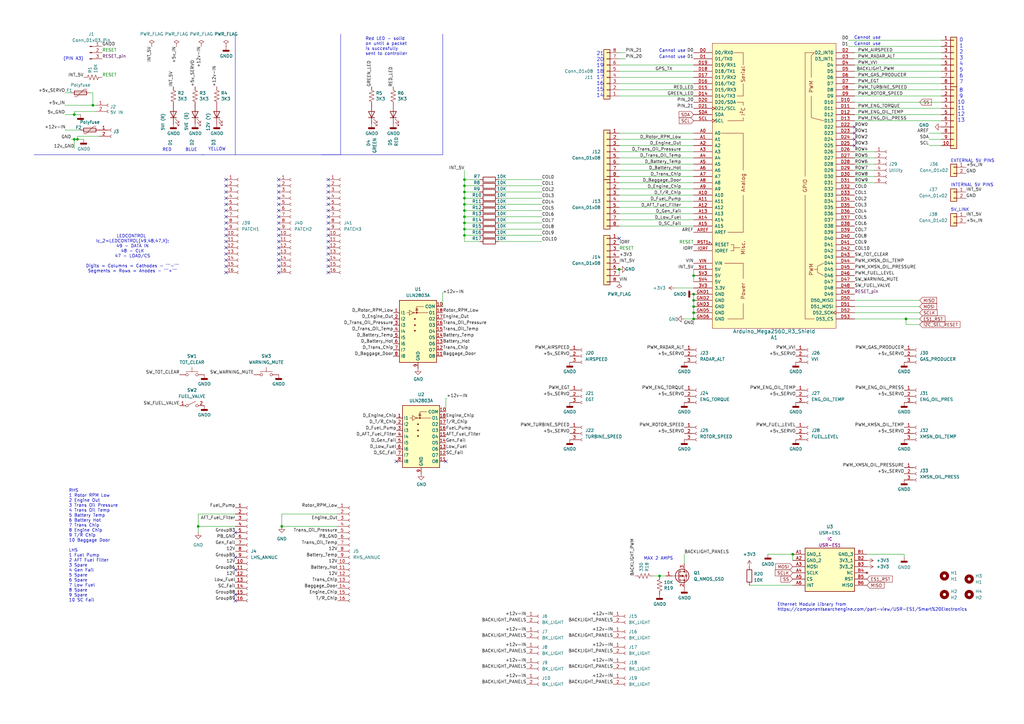
<source format=kicad_sch>
(kicad_sch (version 20250114) (generator "eeschema") (generator_version "9.0")
  (paper "A3")
  (title_block (date "2025-11-06"))
  (text "YELLOW" (at 85.344 61.976 0) (effects (font (size 1.27 1.27)) (justify left bottom)))
  (text "MAX 2 AMPS" (at 276.098 229.87 0) (effects (font (size 1.27 1.27)) (justify right bottom)))
  (text "BLUE" (at 75.946 62.23 0) (effects (font (size 1.27 1.27)) (justify left bottom)))
  (text "INTERNAL 5V PINS" (at 389.89 76.708 0) (effects (font (size 1.27 1.27)) (justify left bottom)))
  (text "Ethernet Module Library from \nhttps://componentsearchengine.com/part-view/USR-ES1/Smart%20Electronics" (at 318.77 250.825 0) (effects (font (size 1.27 1.27)) (justify left bottom)))
  (text "Cannot use" (at 270.256 21.59 0) (effects (font (size 1.27 1.27)) (justify left bottom)))
  (text "RED" (at 66.548 62.23 0) (effects (font (size 1.27 1.27)) (justify left bottom)))
  (text "(PIN A3)" (at 25.908 24.892 0) (effects (font (size 1.27 1.27)) (justify left bottom)))
  (text "Cannot use" (at 350.266 16.256 0) (effects (font (size 1.27 1.27)) (justify left bottom)))
  (text "0\n1\n2\n3\n4\n5\n6\n7" (at 393.446 34.544 0) (effects (font (size 1.524 1.524)) (justify left bottom)))
  (text "LEDCONTROL \nIc_2=LEDCONTROL(49,48,47,X);\n49 - DATA IN\n48 - CLK\n47 - LOAD/CS\n\nDigits = Columns = Cathodes - \"\"-\"\"\nSegments = Rows = Anodes - \"\"+\"\"" (at 54.356 112.014 0) (effects (font (size 1.27 1.27)) (justify bottom)))
  (text "Red LED - solid\non until a packet\nis succesfully \nsent to controller" (at 149.86 22.86 0) (effects (font (size 1.27 1.27)) (justify left bottom)))
  (text "RHS\n1 Rotor RPM Low\n2 Engine Out\n3 Trans Oil Pressure\n4 Trans Oil Temp\n5 Battery Temp\n6 Battery Hot\n7 Trans Chip\n8 Engine Chip\n9 T/R Chip\n10 Baggage Door\n\nLHS\n1 Fuel Pump\n2 AFT Fuel Filter\n3 Spare\n4 Gen Fail\n5 Spare\n6 Spare\n7 Low Fuel\n8 Spare\n9 Spare\n10 SC Fail" (at 28.194 223.774 0) (effects (font (size 1.27 1.27)) (justify left)))
  (text "5V_LINK" (at 389.89 86.868 0) (effects (font (size 1.27 1.27)) (justify left bottom)))
  (text "Cannot use" (at 350.266 18.796 0) (effects (font (size 1.27 1.27)) (justify left bottom)))
  (text "Cannot use" (at 270.256 24.13 0) (effects (font (size 1.27 1.27)) (justify left bottom)))
  (text "21\n20\n19\n18\n17\n16\n15\n14" (at 244.602 40.132 0) (effects (font (size 1.524 1.524)) (justify left bottom)))
  (text "EXTERNAL 5V PINS" (at 389.89 66.802 0) (effects (font (size 1.27 1.27)) (justify left bottom)))
  (text "8\n9\n10\n11\n12\n13\n" (at 394.208 50.292 0) (effects (font (size 1.524 1.524)) (justify bottom)))
  (junction (at 190.5 88.9))
  (junction (at 284.48 120.65))
  (junction (at 284.48 125.73))
  (junction (at 270.51 236.22))
  (junction (at 190.5 86.36))
  (junction (at 190.5 91.44))
  (junction (at 31.75 57.15))
  (junction (at 284.48 130.81))
  (junction (at 30.48 57.15))
  (junction (at 190.5 96.52))
  (junction (at 115.57 215.9))
  (junction (at 30.48 46.99))
  (junction (at 284.48 128.27))
  (junction (at 190.5 83.82))
  (junction (at 190.5 73.66))
  (junction (at 81.28 215.9))
  (junction (at 325.12 227.33))
  (junction (at 190.5 78.74))
  (junction (at 254 110.49))
  (junction (at 284.48 123.19))
  (junction (at 38.1 43.18))
  (junction (at 190.5 93.98))
  (junction (at 371.602 130.81))
  (junction (at 284.48 113.03))
  (junction (at 190.5 81.28))
  (junction (at 190.5 76.2))
  (no_connect (at 96.52 218.44))
  (no_connect (at 96.52 243.84))
  (no_connect (at 134.62 91.44))
  (no_connect (at 350.52 59.69))
  (no_connect (at 114.3 96.52))
  (no_connect (at 114.3 73.66))
  (no_connect (at 92.71 91.44))
  (no_connect (at 134.62 83.82))
  (no_connect (at 134.62 86.36))
  (no_connect (at 114.3 99.06))
  (no_connect (at 114.3 88.9))
  (no_connect (at 182.88 189.23))
  (no_connect (at 92.71 83.82))
  (no_connect (at 114.3 91.44))
  (no_connect (at 92.71 101.6))
  (no_connect (at 162.56 189.23))
  (no_connect (at 92.71 86.36))
  (no_connect (at 134.62 78.74))
  (no_connect (at 114.3 109.22))
  (no_connect (at 134.62 111.76))
  (no_connect (at 254 97.79))
  (no_connect (at 114.3 81.28))
  (no_connect (at 114.3 93.98))
  (no_connect (at 92.71 111.76))
  (no_connect (at 96.52 246.38))
  (no_connect (at 134.62 88.9))
  (no_connect (at 114.3 104.14))
  (no_connect (at 92.71 93.98))
  (no_connect (at 92.71 73.66))
  (no_connect (at 350.52 54.61))
  (no_connect (at 134.62 93.98))
  (no_connect (at 92.71 109.22))
  (no_connect (at 92.71 88.9))
  (no_connect (at 350.52 52.07))
  (no_connect (at 92.71 76.2))
  (no_connect (at 114.3 78.74))
  (no_connect (at 92.71 106.68))
  (no_connect (at 134.62 101.6))
  (no_connect (at 114.3 76.2))
  (no_connect (at 96.52 233.68))
  (no_connect (at 92.71 96.52))
  (no_connect (at 92.71 104.14))
  (no_connect (at 92.71 78.74))
  (no_connect (at 134.62 81.28))
  (no_connect (at 114.3 101.6))
  (no_connect (at 134.62 109.22))
  (no_connect (at 92.71 99.06))
  (no_connect (at 134.62 73.66))
  (no_connect (at 92.71 81.28))
  (no_connect (at 350.52 57.15))
  (no_connect (at 134.62 96.52))
  (no_connect (at 134.62 76.2))
  (no_connect (at 134.62 106.68))
  (no_connect (at 114.3 83.82))
  (no_connect (at 114.3 86.36))
  (no_connect (at 134.62 99.06))
  (no_connect (at 134.62 104.14))
  (no_connect (at 96.52 228.6))
  (no_connect (at 114.3 106.68))
  (no_connect (at 114.3 111.76))
  (wire (pts (xy 350.52 39.37) (xy 386.08 39.37)))
  (polyline (pts (xy 139.7 63.5) (xy 139.7 13.97)))
  (wire (pts (xy 81.28 215.9) (xy 96.52 215.9)))
  (wire (pts (xy 284.48 123.19) (xy 284.48 125.73)))
  (wire (pts (xy 371.602 130.81) (xy 371.602 133.096)))
  (wire (pts (xy 190.5 99.06) (xy 196.85 99.06)))
  (wire (pts (xy 350.52 34.29) (xy 386.08 34.29)))
  (wire (pts (xy 254 31.75) (xy 284.48 31.75)))
  (wire (pts (xy 254 87.63) (xy 284.48 87.63)))
  (wire (pts (xy 190.5 91.44) (xy 190.5 93.98)))
  (wire (pts (xy 196.85 78.74) (xy 190.5 78.74)))
  (wire (pts (xy 182.88 163.322) (xy 182.88 168.91)))
  (polyline (pts (xy 82.55 63.5) (xy 139.7 63.5)))
  (wire (pts (xy 350.52 49.53) (xy 386.08 49.53)))
  (wire (pts (xy 196.85 81.28) (xy 190.5 81.28)))
  (wire (pts (xy 350.52 41.91) (xy 386.08 41.91)))
  (wire (pts (xy 254 62.23) (xy 284.48 62.23)))
  (wire (pts (xy 26.924 53.086) (xy 26.924 53.34)))
  (wire (pts (xy 196.85 93.98) (xy 190.5 93.98)))
  (wire (pts (xy 254 34.29) (xy 284.48 34.29)))
  (wire (pts (xy 196.85 73.66) (xy 190.5 73.66)))
  (wire (pts (xy 284.48 110.49) (xy 284.48 113.03)))
  (wire (pts (xy 280.67 130.81) (xy 284.48 130.81)))
  (wire (pts (xy 222.25 76.2) (xy 204.47 76.2)))
  (wire (pts (xy 190.5 73.66) (xy 190.5 76.2)))
  (wire (pts (xy 30.48 45.72) (xy 30.48 46.99)))
  (wire (pts (xy 39.37 45.72) (xy 30.48 45.72)))
  (wire (pts (xy 381 57.15) (xy 386.08 57.15)))
  (wire (pts (xy 254 57.15) (xy 284.48 57.15)))
  (polyline (pts (xy 131.826 63.5) (xy 181.61 63.5)))
  (wire (pts (xy 254 77.47) (xy 284.48 77.47)))
  (wire (pts (xy 222.25 93.98) (xy 204.47 93.98)))
  (wire (pts (xy 350.52 29.21) (xy 386.08 29.21)))
  (wire (pts (xy 377.19 123.19) (xy 350.52 123.19)))
  (wire (pts (xy 190.5 96.52) (xy 190.5 99.06)))
  (wire (pts (xy 31.75 57.15) (xy 34.29 57.15)))
  (wire (pts (xy 254 59.69) (xy 284.48 59.69)))
  (wire (pts (xy 222.25 91.44) (xy 204.47 91.44)))
  (wire (pts (xy 38.1 43.18) (xy 39.37 43.18)))
  (wire (pts (xy 256.54 21.59) (xy 254 21.59)))
  (wire (pts (xy 284.48 133.35) (xy 284.48 130.81)))
  (wire (pts (xy 381 54.61) (xy 386.08 54.61)))
  (wire (pts (xy 254 39.37) (xy 284.48 39.37)))
  (wire (pts (xy 190.5 76.2) (xy 190.5 78.74)))
  (wire (pts (xy 254 110.49) (xy 254 113.03)))
  (wire (pts (xy 254 67.31) (xy 284.48 67.31)))
  (wire (pts (xy 181.864 120.142) (xy 181.61 120.142)))
  (wire (pts (xy 222.25 88.9) (xy 204.47 88.9)))
  (wire (pts (xy 284.48 125.73) (xy 284.48 128.27)))
  (wire (pts (xy 347.98 19.05) (xy 386.08 19.05)))
  (wire (pts (xy 270.51 236.22) (xy 273.05 236.22)))
  (wire (pts (xy 350.52 21.59) (xy 386.08 21.59)))
  (wire (pts (xy 371.602 133.096) (xy 377.19 133.096)))
  (wire (pts (xy 284.48 128.27) (xy 284.48 130.81)))
  (wire (pts (xy 254 72.39) (xy 284.48 72.39)))
  (wire (pts (xy 254 24.13) (xy 256.54 24.13)))
  (wire (pts (xy 377.19 125.73) (xy 350.52 125.73)))
  (wire (pts (xy 196.85 91.44) (xy 190.5 91.44)))
  (wire (pts (xy 350.52 31.75) (xy 386.08 31.75)))
  (wire (pts (xy 254 64.77) (xy 284.48 64.77)))
  (wire (pts (xy 284.48 120.65) (xy 284.48 123.19)))
  (wire (pts (xy 196.85 83.82) (xy 190.5 83.82)))
  (wire (pts (xy 254 69.85) (xy 284.48 69.85)))
  (wire (pts (xy 36.83 38.1) (xy 38.1 38.1)))
  (wire (pts (xy 254 85.09) (xy 284.48 85.09)))
  (wire (pts (xy 81.28 210.82) (xy 96.52 210.82)))
  (wire (pts (xy 370.84 227.33) (xy 370.84 228.6)))
  (wire (pts (xy 30.48 46.99) (xy 33.02 46.99)))
  (wire (pts (xy 284.48 113.03) (xy 284.48 115.57)))
  (polyline (pts (xy 139.7 63.5) (xy 131.826 63.5)))
  (wire (pts (xy 183.134 163.322) (xy 182.88 163.322)))
  (wire (pts (xy 222.25 96.52) (xy 204.47 96.52)))
  (wire (pts (xy 190.5 93.98) (xy 190.5 96.52)))
  (wire (pts (xy 81.28 210.82) (xy 81.28 215.9)))
  (wire (pts (xy 347.98 16.51) (xy 386.08 16.51)))
  (wire (pts (xy 350.52 46.99) (xy 386.08 46.99)))
  (wire (pts (xy 307.34 240.03) (xy 325.12 240.03)))
  (wire (pts (xy 371.602 130.81) (xy 350.52 130.81)))
  (wire (pts (xy 350.52 36.83) (xy 386.08 36.83)))
  (wire (pts (xy 350.52 62.23) (xy 358.648 62.23)))
  (wire (pts (xy 222.25 73.66) (xy 204.47 73.66)))
  (wire (pts (xy 222.25 78.74) (xy 204.47 78.74)))
  (wire (pts (xy 222.25 86.36) (xy 204.47 86.36)))
  (wire (pts (xy 314.96 227.33) (xy 325.12 227.33)))
  (wire (pts (xy 190.5 83.82) (xy 190.5 86.36)))
  (wire (pts (xy 196.85 96.52) (xy 190.5 96.52)))
  (wire (pts (xy 222.25 83.82) (xy 204.47 83.82)))
  (wire (pts (xy 280.67 227.33) (xy 280.67 231.14)))
  (wire (pts (xy 181.61 120.142) (xy 181.61 125.73)))
  (wire (pts (xy 254 54.61) (xy 284.48 54.61)))
  (wire (pts (xy 196.85 86.36) (xy 190.5 86.36)))
  (polyline (pts (xy 13.97 63.5) (xy 83.82 63.5)))
  (wire (pts (xy 377.19 130.81) (xy 371.602 130.81)))
  (wire (pts (xy 254 26.67) (xy 284.48 26.67)))
  (wire (pts (xy 254 74.93) (xy 284.48 74.93)))
  (wire (pts (xy 254 92.71) (xy 284.48 92.71)))
  (wire (pts (xy 276.86 118.11) (xy 284.48 118.11)))
  (wire (pts (xy 350.52 74.93) (xy 358.648 74.93)))
  (polyline (pts (xy 181.61 63.5) (xy 181.61 13.97)))
  (wire (pts (xy 115.57 215.9) (xy 138.43 215.9)))
  (wire (pts (xy 190.5 86.36) (xy 190.5 88.9)))
  (wire (pts (xy 26.924 53.34) (xy 33.02 53.34)))
  (wire (pts (xy 254 90.17) (xy 284.48 90.17)))
  (wire (pts (xy 254 29.21) (xy 284.48 29.21)))
  (wire (pts (xy 26.67 38.1) (xy 29.21 38.1)))
  (wire (pts (xy 30.48 57.15) (xy 30.48 60.96)))
  (wire (pts (xy 190.5 88.9) (xy 190.5 91.44)))
  (wire (pts (xy 115.57 210.82) (xy 115.57 215.9)))
  (wire (pts (xy 222.25 99.06) (xy 204.47 99.06)))
  (wire (pts (xy 254 80.01) (xy 284.48 80.01)))
  (wire (pts (xy 190.5 78.74) (xy 190.5 81.28)))
  (wire (pts (xy 350.52 24.13) (xy 386.08 24.13)))
  (wire (pts (xy 254 36.83) (xy 284.48 36.83)))
  (wire (pts (xy 254 82.55) (xy 284.48 82.55)))
  (wire (pts (xy 38.1 43.18) (xy 38.1 38.1)))
  (wire (pts (xy 190.5 69.85) (xy 190.5 73.66)))
  (wire (pts (xy 350.52 69.85) (xy 358.648 69.85)))
  (wire (pts (xy 350.52 44.45) (xy 386.08 44.45)))
  (wire (pts (xy 196.85 76.2) (xy 190.5 76.2)))
  (wire (pts (xy 350.52 67.31) (xy 358.648 67.31)))
  (wire (pts (xy 196.85 88.9) (xy 190.5 88.9)))
  (wire (pts (xy 355.6 227.33) (xy 370.84 227.33)))
  (wire (pts (xy 325.12 227.33) (xy 325.12 229.87)))
  (wire (pts (xy 26.67 43.18) (xy 38.1 43.18)))
  (wire (pts (xy 115.57 210.82) (xy 138.43 210.82)))
  (wire (pts (xy 81.28 215.9) (xy 81.28 218.44)))
  (wire (pts (xy 30.48 57.15) (xy 31.75 57.15)))
  (wire (pts (xy 267.97 236.22) (xy 270.51 236.22)))
  (polyline (pts (xy 96.52 63.5) (xy 96.52 13.97)))
  (wire (pts (xy 190.5 81.28) (xy 190.5 83.82)))
  (wire (pts (xy 222.25 81.28) (xy 204.47 81.28)))
  (wire (pts (xy 26.67 46.99) (xy 30.48 46.99)))
  (wire (pts (xy 31.75 55.88) (xy 31.75 57.15)))
  (wire (pts (xy 350.52 64.77) (xy 358.648 64.77)))
  (wire (pts (xy 29.21 57.15) (xy 30.48 57.15)))
  (wire (pts (xy 377.19 128.27) (xy 350.52 128.27)))
  (wire (pts (xy 381 59.69) (xy 386.08 59.69)))
  (wire (pts (xy 350.52 72.39) (xy 358.648 72.39)))
  (wire (pts (xy 350.52 26.67) (xy 386.08 26.67)))
  (wire (pts (xy 40.64 55.88) (xy 31.75 55.88)))
  (label "BACKLIGHT_PANELS" (at 215.9 255.27 180))
  (label "IORF" (at 254 100.33 0))
  (label "D_AFT_Fuel_Filter" (at 279.4 85.09 180))
  (label "VIN" (at 284.48 107.95 180))
  (label "PWM_ENG_TORQUE" (at 351.79 44.45 0))
  (label "+12v-IN" (at 251.46 252.73 180))
  (label "D_Rotor_RPM_Low" (at 279.4 57.15 180))
  (label "+5v_SERVO" (at 370.84 194.31 180))
  (label "COL9" (at 222.25 96.52 0))
  (label "T{slash}R_Chip" (at 182.88 173.99 0))
  (label "+12v-IN" (at 215.9 271.78 180))
  (label "D_Trans_Oil_Temp" (at 279.4 64.77 180))
  (label "12V" (at 138.43 231.14 180))
  (label "+5v_SERVO" (at 370.84 162.56 180))
  (label "Baggage_Door" (at 138.43 241.3 180))
  (label "D_Baggage_Door" (at 279.4 74.93 180))
  (label "12V" (at 138.43 236.22 180))
  (label "PIN_20" (at 256.54 24.13 0))
  (label "D_Gen_Fail" (at 279.4 87.63 180))
  (label "RED_LED" (at 284.48 36.83 180))
  (label "Gen_Fail" (at 96.52 223.52 180))
  (label "Low_Fuel" (at 182.88 184.15 0))
  (label "GND" (at 29.21 57.15 180))
  (label "ROW3" (at 350.52 59.69 0))
  (label "PIN_21" (at 284.48 44.45 180))
  (label "+12v-IN" (at 251.46 265.43 180))
  (label "INT_5V" (at 254 107.95 0))
  (label "BACKLIGHT_PANELS" (at 251.46 280.67 180))
  (label "GroupB5" (at 96.52 228.6 180))
  (label "GroupB8" (at 96.52 243.84 180))
  (label "Trans_Chip" (at 181.61 143.51 0))
  (label "BACKLIGHT_PANELS" (at 251.46 274.32 180))
  (label "INT_5V" (at 71.12 35.56 90))
  (label "INT_5V" (at 190.5 69.85 180))
  (label "D0" (at 284.48 21.59 180))
  (label "COL3" (at 350.52 85.09 0))
  (label "Low_Fuel" (at 96.52 238.76 180))
  (label "ROW6" (at 350.52 67.31 0))
  (label "D_Engine_Chip" (at 162.56 171.45 180))
  (label "SW_FUEL_VALVE" (at 73.66 166.37 180))
  (label "+12v-IN" (at 251.46 278.13 180))
  (label "INT_5V" (at 34.29 31.75 180))
  (label "PWM_VVI" (at 351.79 26.67 0))
  (label "BACKLIGHT_PANELS" (at 215.9 261.62 180))
  (label "D_Battery_Temp" (at 279.4 67.31 180))
  (label "+5v_IN" (at 396.24 68.58 0))
  (label "D_Baggage_Door" (at 161.29 146.05 180))
  (label "+5v_SERVO" (at 280.67 146.05 180))
  (label "Engine_Out" (at 138.43 213.36 180))
  (label "VIN" (at 254 115.57 0))
  (label "COL10" (at 350.52 102.87 0))
  (label "PWM_ENG_OIL_PRESS" (at 351.79 49.53 0))
  (label "+5v_SERVO" (at 280.67 162.56 180))
  (label "PIN_21" (at 256.54 21.59 0))
  (label "Engine_Chip" (at 138.43 243.84 180))
  (label "GroupB9" (at 96.52 246.38 180))
  (label "Rotor_RPM_Low" (at 138.43 208.28 180))
  (label "PWM_GAS_PRODUCER" (at 370.84 143.51 180))
  (label "D_T{slash}R_Chip" (at 279.4 80.01 180))
  (label "+5v_IN" (at 26.67 43.18 180))
  (label "D_Trans_Chip" (at 279.4 72.39 180))
  (label "SW_WARNING_MUTE" (at 104.14 153.67 180))
  (label "+5v_SERVO" (at 280.67 177.8 180))
  (label "COL10" (at 222.25 99.06 0))
  (label "PWM_EGT" (at 233.68 160.02 180))
  (label "+5v_SERVO" (at 233.68 177.8 180))
  (label "PWM_FUEL_LEVEL" (at 326.39 175.26 180))
  (label "D_Battery_Hot" (at 161.29 140.97 180))
  (label "D_Trans_Chip" (at 161.29 143.51 180))
  (label "Rotor_RPM_Low" (at 181.61 128.27 0))
  (label "+3V3" (at 254 105.41 0))
  (label "COL7" (at 222.25 91.44 0))
  (label "PWM_RADAR_ALT" (at 351.79 24.13 0))
  (label "D_Engine_Chip" (at 279.4 77.47 180))
  (label "SCL" (at 381 59.69 180))
  (label "AREF" (at 284.48 95.25 180))
  (label "D_Fuel_Pump" (at 162.56 176.53 180))
  (label "ROW0" (at 350.52 52.07 0))
  (label "PIN_20" (at 284.48 41.91 180))
  (label "+12v-IN" (at 215.9 278.13 180))
  (label "PWM_RADAR_ALT" (at 280.67 143.51 180))
  (label "+5v_SERVO" (at 233.68 162.56 180))
  (label "D_Battery_Temp" (at 161.29 138.43 180))
  (label "12v_GND" (at 30.48 60.96 180))
  (label "SW_WARNING_MUTE" (at 350.52 115.57 0))
  (label "BACKLIGHT_PANELS" (at 251.46 267.97 180))
  (label "D_Trans_Oil_Temp" (at 161.29 135.89 180))
  (label "IORF" (at 284.48 102.87 180))
  (label "RESET_pin" (at 41.91 24.13 0))
  (label "+5v_IN" (at 72.39 19.05 270))
  (label "+12v-IN" (at 26.924 53.086 180))
  (label "PWM_VVI" (at 326.39 143.51 180))
  (label "D_Rotor_RPM_Low" (at 161.29 128.27 180))
  (label "INT_5V" (at 62.23 19.05 270))
  (label "SC_Fail" (at 182.88 186.69 0))
  (label "GND" (at 284.48 133.35 180))
  (label "SC_Fail" (at 96.52 241.3 180))
  (label "D_SC_Fail" (at 162.56 186.69 180))
  (label "+12v-IN" (at 215.9 259.08 180))
  (label "COL1" (at 222.25 76.2 0))
  (label "GREEN_LED" (at 284.48 39.37 180))
  (label "+12v-IN" (at 251.46 259.08 180))
  (label "+12v-IN" (at 215.9 252.73 180))
  (label "PWM_ENG_OIL_TEMP" (at 326.39 160.02 180))
  (label "Battery_Temp" (at 138.43 228.6 180))
  (label "D_Trans_Oil_Pressure" (at 161.29 133.35 180))
  (label "INT_5V" (at 396.24 88.9 0))
  (label "BACKLIGHT_PANELS" (at 251.46 261.62 180))
  (label "AREF" (at 381 54.61 180))
  (label "ROW9" (at 350.52 74.93 0))
  (label "COL0" (at 222.25 73.66 0))
  (label "D_Battery_Hot" (at 279.4 69.85 180))
  (label "+5v_SERVO" (at 326.39 162.56 180))
  (label "GPS_TX" (at 275.844 29.21 180))
  (label "PWM_GAS_PRODUCER" (at 351.79 31.75 0))
  (label "COL4" (at 222.25 83.82 0))
  (label "D1" (at 347.98 19.05 180))
  (label "D1" (at 284.48 24.13 180))
  (label "GNDD" (at 41.91 19.05 0))
  (label "PWM_EGT" (at 351.79 34.29 0))
  (label "12V" (at 96.52 226.06 180))
  (label "Battery_Hot" (at 181.61 140.97 0))
  (label "Engine_Chip" (at 182.88 171.45 0))
  (label "D_T{slash}R_Chip" (at 162.56 173.99 180))
  (label "INT_5V" (at 396.24 78.74 0))
  (label "Fuel_Pump" (at 96.52 208.28 180))
  (label "BACKLIGHT_PANELS" (at 215.9 280.67 180))
  (label "PWM_ENG_TORQUE" (at 280.67 160.02 180))
  (label "ROW7" (at 350.52 69.85 0))
  (label "ROW5" (at 350.52 64.77 0))
  (label "ROW1" (at 350.52 54.61 0))
  (label "COL9" (at 350.52 100.33 0))
  (label "COL3" (at 222.25 81.28 0))
  (label "Battery_Temp" (at 181.61 138.43 0))
  (label "PWM_AIRSPEED" (at 351.79 21.59 0))
  (label "D_Engine_Out" (at 279.4 59.69 180))
  (label "PWM_TURBINE_SPEED" (at 351.79 36.83 0))
  (label "PWM_XMSN_OIL_PRESSURE" (at 350.52 110.49 0))
  (label "COL2" (at 350.52 82.55 0))
  (label "PWM_ENG_OIL_TEMP" (at 351.79 46.99 0))
  (label "D_Low_Fuel" (at 279.4 90.17 180))
  (label "GND" (at 396.24 81.28 0))
  (label "AFT_Fuel_Filter" (at 182.88 179.07 0))
  (label "PWM_AIRSPEED" (at 233.68 143.51 180))
  (label "+12v-IN" (at 183.134 163.322 0))
  (label "BACKLIGHT_PANELS" (at 215.9 267.97 180))
  (label "+5v_SERVO" (at 80.01 35.56 90))
  (label "D_Gen_Fail" (at 162.56 181.61 180))
  (label "COL5" (at 222.25 86.36 0))
  (label "D0" (at 347.98 16.51 180))
  (label "Trans_Chip" (at 138.43 238.76 180))
  (label "5v_GND" (at 26.67 46.99 180))
  (label "ROW2" (at 350.52 57.15 0))
  (label "PB_GND" (at 138.43 220.98 180))
  (label "PWM_FUEL_LEVEL" (at 350.52 113.03 0))
  (label "Trans_Oil_Pressure" (at 181.61 133.35 0))
  (label "D_Trans_Oil_Pressure" (at 279.4 62.23 180))
  (label "COL6" (at 222.25 88.9 0))
  (label "COL8" (at 350.52 97.79 0))
  (label "Battery_Hot" (at 138.43 233.68 180))
  (label "COL8" (at 222.25 93.98 0))
  (label "BACKLIGHT_PWM" (at 351.282 29.21 0))
  (label "D_Engine_Out" (at 161.29 130.81 180))
  (label "COL4" (at 350.52 87.63 0))
  (label "+12v-IN" (at 215.9 265.43 180))
  (label "SW_TOT_CLEAR" (at 350.52 105.41 0))
  (label "Gen_Fail" (at 182.88 181.61 0))
  (label "+12v-IN" (at 251.46 271.78 180))
  (label "Trans_Oil_Pressure" (at 138.43 218.44 180))
  (label "D_Fuel_Pump" (at 279.4 82.55 180))
  (label "SW_FUEL_VALVE" (at 350.52 118.11 0))
  (label "+5v_IN" (at 396.24 91.44 0))
  (label "+5v_SERVO" (at 233.68 146.05 180))
  (label "INT_5V" (at 284.48 110.49 180))
  (label "GroupB3" (at 96.52 218.44 180))
  (label "RESET" (at 41.91 21.59 0))
  (label "12V" (at 96.52 231.14 180))
  (label "COL5" (at 350.52 90.17 0))
  (label "Baggage_Door" (at 181.61 146.05 0))
  (label "12V" (at 96.52 236.22 180))
  (label "Trans_Oil_Temp" (at 138.43 223.52 180))
  (label "ROW4" (at 350.52 62.23 0))
  (label "GND" (at 396.24 71.12 0))
  (label "D_Low_Fuel" (at 162.56 184.15 180))
  (label "GREEN_LED" (at 152.4 35.56 90))
  (label "12V" (at 138.43 226.06 180))
  (label "+12v-IN" (at 181.61 120.65 0))
  (label "BACKLIGHT_PANELS" (at 215.9 274.32 180))
  (label "PB_GND" (at 96.52 220.98 180))
  (label "+5v_SERVO" (at 326.39 177.8 180))
  (label "RESET" (at 284.48 100.33 180))
  (label "+5v_SERVO" (at 26.67 38.1 180))
  (label "+5v_SERVO" (at 370.84 177.8 180))
  (label "T{slash}R_Chip" (at 138.43 246.38 180))
  (label "ROW8" (at 350.52 72.39 0))
  (label "Engine_Out" (at 181.61 130.81 0))
  (label "PWM_XMSN_OIL_TEMP" (at 370.84 175.26 180))
  (label "COL7" (at 350.52 95.25 0))
  (label "RESET" (at 254 102.87 0))
  (label "SDA" (at 381 57.15 180))
  (label "BACKLIGHT_PANELS" (at 280.67 227.33 0))
  (label "PWM_ENG_OIL_PRESS" (at 370.84 160.02 180))
  (label "PWM_XMSN_OIL_TEMP" (at 350.52 107.95 0))
  (label "COL1" (at 350.52 80.01 0))
  (label "SW_TOT_CLEAR" (at 73.66 153.67 180))
  (label "PWM_ROTOR_SPEED" (at 280.67 175.26 180))
  (label "COL2" (at 222.25 78.74 0))
  (label "RESET_pin" (at 350.52 120.65 0))
  (label "RESET" (at 41.91 31.75 0))
  (label "AFT_Fuel_Filter" (at 96.52 213.36 180))
  (label "+12v-IN" (at 88.9 35.56 90))
  (label "COL6" (at 350.52 92.71 0))
  (label "+5v_SERVO" (at 326.39 146.05 180))
  (label "BACKLIGHT_PANELS" (at 251.46 255.27 180))
  (label "PWM_ROTOR_SPEED" (at 351.79 39.37 0))
  (label "Fuel_Pump" (at 182.88 176.53 0))
  (label "D_SC_Fail" (at 279.4 92.71 180))
  (label "D_AFT_Fuel_Filter" (at 162.56 179.07 180))
  (label "+5v_SERVO" (at 370.84 146.05 180))
  (label "GroupB6" (at 96.52 233.68 180))
  (label "Trans_Oil_Temp" (at 181.61 135.89 0))
  (label "+12v-IN" (at 82.55 19.05 270))
  (label "COL0" (at 350.52 77.47 0))
  (label "PWM_XMSN_OIL_PRESSURE" (at 370.84 191.77 180))
  (label "PWM_TURBINE_SPEED" (at 233.68 175.26 180))
  (label "RED_LED" (at 161.29 35.56 90))
  (label "BACKLIGHT_PWM" (at 260.35 236.22 90))
  (global_label "SS" (shape input) (at 377.19 41.91 0) (property "Intersheetrefs" "${INTERSHEET_REFS}" (effects (hide yes))))
  (global_label "MISO" (shape input) (at 377.19 123.19 0) (property "Intersheetrefs" "${INTERSHEET_REFS}" (effects (hide yes))))
  (global_label "SCLK" (shape input) (at 377.19 128.27 0) (property "Intersheetrefs" "${INTERSHEET_REFS}" (effects (hide yes))))
  (global_label "SCL" (shape input) (at 284.48 49.53 180) (property "Intersheetrefs" "${INTERSHEET_REFS}" (effects (hide yes))))
  (global_label "SCLK" (shape input) (at 325.12 234.95 180) (property "Intersheetrefs" "${INTERSHEET_REFS}" (effects (hide yes))))
  (global_label "MISO" (shape input) (at 355.6 240.03 0) (property "Intersheetrefs" "${INTERSHEET_REFS}" (effects (hide yes))))
  (global_label "I2C_SEL_RESET" (shape input) (at 377.19 133.096 0) (property "Intersheetrefs" "${INTERSHEET_REFS}" (effects (hide yes))))
  (global_label "ES1_RST" (shape input) (at 377.19 130.81 0) (property "Intersheetrefs" "${INTERSHEET_REFS}" (effects (hide yes))))
  (global_label "ES1_RST" (shape input) (at 355.6 237.49 0) (property "Intersheetrefs" "${INTERSHEET_REFS}" (effects (hide yes))))
  (global_label "SDA" (shape input) (at 284.48 46.99 180) (property "Intersheetrefs" "${INTERSHEET_REFS}" (effects (hide yes))))
  (global_label "SS" (shape input) (at 325.12 237.49 180) (property "Intersheetrefs" "${INTERSHEET_REFS}" (effects (hide yes))))
  (global_label "MOSI" (shape input) (at 325.12 232.41 180) (property "Intersheetrefs" "${INTERSHEET_REFS}" (effects (hide yes))))
  (global_label "MOSI" (shape input) (at 377.19 125.73 0) (property "Intersheetrefs" "${INTERSHEET_REFS}" (effects (hide yes))))
  (symbol (lib_id "Connector_Generic:Conn_01x08") (at 248.92 62.23 0) (mirror y) (unit 1)
    (property "Reference" "J12" (at 246.38 62.2299 0) (effects (justify left)))
    (property "Value" "Conn_01x08" (at 246.38 64.7699 0) (effects (justify left)))
    (property "Footprint" "Connector_PinHeader_2.54mm:PinHeader_1x08_P2.54mm_Vertical" (effects (hide yes)))
    (property "Description" "Generic connector, single row, 01x08, script generated (kicad-library-utils/schlib/autogen/connector/)" (effects (hide yes)))
  )
  (symbol (lib_id "Connector:Conn_01x03_Socket") (at 285.75 146.05 0) (unit 1)
    (property "Reference" "J23" (at 287.02 144.7799 0) (effects (justify left)))
    (property "Value" "RADAR_ALT" (at 287.02 147.3199 0) (effects (justify left)))
    (property "Footprint" "Connector_PinHeader_2.54mm:PinHeader_1x03_P2.54mm_Vertical" (effects (hide yes)))
    (property "Description" "Generic connector, single row, 01x03, script generated" (effects (hide yes)))
  )
  (symbol (lib_id "Connector:Conn_01x03_Socket") (at 331.47 146.05 0) (unit 1)
    (property "Reference" "J26" (at 332.74 144.7799 0) (effects (justify left)))
    (property "Value" "VVI" (at 332.74 147.3199 0) (effects (justify left)))
    (property "Footprint" "Connector_PinHeader_2.54mm:PinHeader_1x03_P2.54mm_Vertical" (effects (hide yes)))
    (property "Description" "Generic connector, single row, 01x03, script generated" (effects (hide yes)))
  )
  (symbol (lib_id "Connector:Conn_01x02_Socket") (at 220.98 271.78 0) (unit 1)
    (property "Reference" "J9" (at 222.25 271.7799 0) (effects (justify left)))
    (property "Value" "BK_LIGHT" (at 222.25 274.3199 0) (effects (justify left)))
    (property "Footprint" "Connector_Molex:Molex_KK-254_AE-6410-02A_1x02_P2.54mm_Vertical" (effects (hide yes)))
    (property "Description" "Generic connector, single row, 01x02, script generated" (effects (hide yes)))
  )
  (symbol (lib_name "GNDD_1") (lib_id "power:GNDD") (at 370.84 165.1 0) (unit 1)
    (property "Reference" "#PWR037" (effects (hide yes)))
    (property "Value" "GNDD" (at 370.84 168.91 0))
    (property "Description" "Power symbol creates a global label with name \"GNDD\" , digital ground" (effects (hide yes)))
  )
  (symbol (lib_id "power:GND") (at 115.57 215.9 0) (unit 1)
    (property "Reference" "#PWR011" (effects (hide yes)))
    (property "Value" "GND" (at 115.57 220.98 0))
    (property "Description" "Power symbol creates a global label with name \"GND\" , ground" (effects (hide yes)))
  )
  (symbol (lib_id "Device:R") (at 200.66 96.52 90) (unit 1)
    (property "Reference" "R16" (at 195.58 95.25 90))
    (property "Value" "10K" (at 205.74 95.25 90))
    (property "Footprint" "Resistor_THT:R_Axial_DIN0207_L6.3mm_D2.5mm_P2.54mm_Vertical" (effects (hide yes)))
  )
  (symbol (lib_id "power:+3V3") (at 355.6 229.87 270) (unit 1)
    (property "Reference" "#PWR033" (effects (hide yes)))
    (property "Value" "+3V3" (at 359.41 229.8699 90) (effects (justify left)))
  )
  (symbol (lib_id "Device:LED") (at 88.9 46.99 90) (unit 1)
    (property "Reference" "D3" (at 87.63 58.42 0))
    (property "Value" "12V (Y)" (at 85.344 50.038 0))
    (property "Footprint" "LED_THT:LED_D3.0mm" (effects (hide yes)))
  )
  (symbol (lib_id "Device:R") (at 200.66 86.36 90) (unit 1)
    (property "Reference" "R12" (at 195.58 85.09 90))
    (property "Value" "10K" (at 205.74 85.09 90))
    (property "Footprint" "Resistor_THT:R_Axial_DIN0207_L6.3mm_D2.5mm_P2.54mm_Vertical" (effects (hide yes)))
  )
  (symbol (lib_id "Switch:SW_SPST") (at 78.74 166.37 0) (unit 1)
    (property "Reference" "SW2" (at 78.74 160.02 0))
    (property "Value" "FUEL_VALVE" (at 78.74 162.56 0))
    (property "Footprint" "Connector_Molex:Molex_KK-254_AE-6410-02A_1x02_P2.54mm_Vertical" (effects (hide yes)))
    (property "Description" "Single Pole Single Throw (SPST) switch" (effects (hide yes)))
  )
  (symbol (lib_name "GNDD_1") (lib_id "power:GNDD") (at 370.84 196.85 0) (unit 1)
    (property "Reference" "#PWR039" (effects (hide yes)))
    (property "Value" "GNDD" (at 370.84 200.66 0))
    (property "Description" "Power symbol creates a global label with name \"GNDD\" , digital ground" (effects (hide yes)))
  )
  (symbol (lib_id "Transistor_Array:ULN2803A") (at 171.45 133.35 0) (unit 1)
    (property "Reference" "U1" (at 171.45 118.618 0))
    (property "Value" "ULN2803A" (at 171.45 121.158 0))
    (property "Footprint" "Package_DIP:DIP-18_W7.62mm" (effects (hide yes)))
    (property "Datasheet" "http://www.ti.com/lit/ds/symlink/uln2803a.pdf" (effects (hide yes)))
    (property "Description" "Darlington Transistor Arrays, SOIC18/DIP18" (effects (hide yes)))
  )
  (symbol (lib_id "Device:LED") (at 152.4 46.99 90) (unit 1)
    (property "Reference" "D4" (at 151.13 58.674 0))
    (property "Value" "GREEN" (at 153.67 59.69 0))
    (property "Footprint" "LED_THT:LED_D3.0mm" (effects (hide yes)))
  )
  (symbol (lib_id "Device:R") (at 200.66 99.06 90) (unit 1)
    (property "Reference" "R17" (at 195.58 97.79 90))
    (property "Value" "10K" (at 205.74 97.79 90))
    (property "Footprint" "Resistor_THT:R_Axial_DIN0207_L6.3mm_D2.5mm_P2.54mm_Vertical" (effects (hide yes)))
  )
  (symbol (lib_id "Device:R") (at 200.66 93.98 90) (unit 1)
    (property "Reference" "R15" (at 195.58 92.71 90))
    (property "Value" "10K" (at 205.74 92.71 90))
    (property "Footprint" "Resistor_THT:R_Axial_DIN0207_L6.3mm_D2.5mm_P2.54mm_Vertical" (effects (hide yes)))
  )
  (symbol (lib_name "GNDD_1") (lib_id "power:GNDD") (at 233.68 180.34 0) (unit 1)
    (property "Reference" "#PWR023" (effects (hide yes)))
    (property "Value" "GNDD" (at 233.68 184.15 0))
    (property "Description" "Power symbol creates a global label with name \"GNDD\" , digital ground" (effects (hide yes)))
  )
  (symbol (lib_id "Connector:Conn_01x03_Socket") (at 285.75 177.8 0) (unit 1)
    (property "Reference" "J25" (at 287.02 176.5299 0) (effects (justify left)))
    (property "Value" "ROTOR_SPEED" (at 287.02 179.0699 0) (effects (justify left)))
    (property "Footprint" "Connector_PinHeader_2.54mm:PinHeader_1x03_P2.54mm_Vertical" (effects (hide yes)))
    (property "Description" "Generic connector, single row, 01x03, script generated" (effects (hide yes)))
  )
  (symbol (lib_id "Device:R_US") (at 38.1 31.75 90) (unit 1)
    (property "Reference" "R1" (at 36.9316 30.0228 0) (effects (justify left)))
    (property "Value" "10K" (at 39.243 30.0228 0) (effects (justify left)))
    (property "Footprint" "Resistor_THT:R_Axial_DIN0207_L6.3mm_D2.5mm_P2.54mm_Vertical" (effects (hide yes)))
  )
  (symbol (lib_id "Connector:Conn_01x03_Pin") (at 36.83 21.59 0) (unit 1)
    (property "Reference" "J1" (at 37.465 13.97 0))
    (property "Value" "Conn_01x03_Pin" (at 37.465 16.51 0))
    (property "Footprint" "Connector_PinHeader_2.54mm:PinHeader_1x03_P2.54mm_Vertical" (effects (hide yes)))
    (property "Description" "Generic connector, single row, 01x03, script generated" (effects (hide yes)))
  )
  (symbol (lib_id "Connector:Conn_01x06_Socket") (at 363.728 67.31 0) (unit 1)
    (property "Reference" "J29" (at 364.49 67.3099 0) (effects (justify left)))
    (property "Value" "Utility" (at 364.49 69.8499 0) (effects (justify left)))
    (property "Footprint" "Connector_PinHeader_2.54mm:PinHeader_1x06_P2.54mm_Vertical" (effects (hide yes)))
    (property "Description" "Generic connector, single row, 01x06, script generated" (effects (hide yes)))
  )
  (symbol (lib_id "power:GNDD") (at 270.51 243.84 0) (unit 1)
    (property "Reference" "#PWR017" (effects (hide yes)))
    (property "Value" "GNDD" (at 270.6116 247.777 0))
  )
  (symbol (lib_id "power:PWR_FLAG") (at 254 115.57 180) (unit 1)
    (property "Reference" "#FLG05" (effects (hide yes)))
    (property "Value" "PWR_FLAG" (at 254 120.65 0))
    (property "Description" "Special symbol for telling ERC where power comes from" (effects (hide yes)))
  )
  (symbol (lib_id "Device:Polyfuse") (at 36.83 53.34 90) (unit 1)
    (property "Reference" "F2" (at 32.258 52.324 90))
    (property "Value" "Polyfuse" (at 36.83 50.0925 90))
    (property "Footprint" "Fuse:Fuse_Littelfuse_395Series" (effects (hide yes)))
    (property "Description" "Resettable fuse, polymeric positive temperature coefficient" (effects (hide yes)))
  )
  (symbol (lib_id "Connector:Conn_01x02_Socket") (at 256.54 265.43 0) (unit 1)
    (property "Reference" "J17" (at 257.81 265.4299 0) (effects (justify left)))
    (property "Value" "BK_LIGHT" (at 257.81 267.9699 0) (effects (justify left)))
    (property "Footprint" "Connector_Molex:Molex_KK-254_AE-6410-02A_1x02_P2.54mm_Vertical" (effects (hide yes)))
    (property "Description" "Generic connector, single row, 01x02, script generated" (effects (hide yes)))
  )
  (symbol (lib_name "GNDD_1") (lib_id "power:GNDD") (at 326.39 165.1 0) (unit 1)
    (property "Reference" "#PWR031" (effects (hide yes)))
    (property "Value" "GNDD" (at 326.39 168.91 0))
    (property "Description" "Power symbol creates a global label with name \"GNDD\" , digital ground" (effects (hide yes)))
  )
  (symbol (lib_id "Connector:Conn_01x02_Socket") (at 256.54 252.73 0) (unit 1)
    (property "Reference" "J15" (at 257.81 252.7299 0) (effects (justify left)))
    (property "Value" "BK_LIGHT" (at 257.81 255.2699 0) (effects (justify left)))
    (property "Footprint" "Connector_Molex:Molex_KK-254_AE-6410-02A_1x02_P2.54mm_Vertical" (effects (hide yes)))
    (property "Description" "Generic connector, single row, 01x02, script generated" (effects (hide yes)))
  )
  (symbol (lib_id "Device:LED") (at 161.29 46.99 90) (unit 1)
    (property "Reference" "D5" (at 160.02 58.42 0))
    (property "Value" "RED" (at 162.56 58.1025 0))
    (property "Footprint" "LED_THT:LED_D3.0mm" (effects (hide yes)))
  )
  (symbol (lib_id "Connector:Conn_01x02_Socket") (at 256.54 271.78 0) (unit 1)
    (property "Reference" "J18" (at 257.81 271.7799 0) (effects (justify left)))
    (property "Value" "BK_LIGHT" (at 257.81 274.3199 0) (effects (justify left)))
    (property "Footprint" "Connector_Molex:Molex_KK-254_AE-6410-02A_1x02_P2.54mm_Vertical" (effects (hide yes)))
    (property "Description" "Generic connector, single row, 01x02, script generated" (effects (hide yes)))
  )
  (symbol (lib_id "arduino-library:Arduino_Mega2560_R3_Shield") (at 317.5 76.2 0) (unit 1)
    (property "Reference" "A1" (at 317.5 138.43 0) (effects (font (size 1.524 1.524))))
    (property "Value" "Arduino_Mega2560_R3_Shield" (at 317.5 135.89 0) (effects (font (size 1.524 1.524))))
    (property "Footprint" "arduino-kicad-library-master:Arduino_Mega2560_R3_Shield" (effects (hide yes)))
    (property "Datasheet" "https://docs.arduino.cc/hardware/mega-2560" (effects (hide yes)))
    (property "Description" "Shield for Arduino Mega 2560 R3" (effects (hide yes)))
  )
  (symbol (lib_name "GNDD_1") (lib_id "power:GNDD") (at 233.68 148.59 0) (unit 1)
    (property "Reference" "#PWR021" (effects (hide yes)))
    (property "Value" "GNDD" (at 233.68 152.4 0))
    (property "Description" "Power symbol creates a global label with name \"GNDD\" , digital ground" (effects (hide yes)))
  )
  (symbol (lib_id "Connector_Generic:Conn_01x10") (at 391.16 46.99 0) (unit 1)
    (property "Reference" "J35" (effects (hide yes)))
    (property "Value" "Conn_01x10" (effects (hide yes)))
    (property "Footprint" "Connector_PinHeader_2.54mm:PinHeader_1x10_P2.54mm_Vertical" (effects (hide yes)))
    (property "Description" "Generic connector, single row, 01x10, script generated (kicad-library-utils/schlib/autogen/connector/)" (effects (hide yes)))
  )
  (symbol (lib_id "Connector_Generic:Conn_01x08") (at 248.92 31.75 180) (unit 1)
    (property "Reference" "J11" (at 243.332 31.75 0) (effects (justify left)))
    (property "Value" "Conn_01x08" (at 243.332 29.21 0) (effects (justify left)))
    (property "Footprint" "Connector_PinHeader_2.54mm:PinHeader_1x08_P2.54mm_Vertical" (effects (hide yes)))
    (property "Description" "Generic connector, single row, 01x08, script generated (kicad-library-utils/schlib/autogen/connector/)" (effects (hide yes)))
  )
  (symbol (lib_id "power:GNDD") (at 152.4 50.8 0) (unit 1)
    (property "Reference" "#PWR012" (effects (hide yes)))
    (property "Value" "GNDD" (at 152.5016 54.737 0))
  )
  (symbol (lib_id "power:GNDD") (at 92.71 19.05 0) (unit 1)
    (property "Reference" "#PWR09" (effects (hide yes)))
    (property "Value" "GNDD" (at 92.8116 22.987 0))
  )
  (symbol (lib_id "Connector_Generic:Conn_01x02") (at 391.16 68.58 0) (mirror y) (unit 1)
    (property "Reference" "J36" (at 383.032 67.31 0))
    (property "Value" "Conn_01x02" (at 383.032 69.85 0))
    (property "Footprint" "Connector_PinHeader_2.54mm:PinHeader_1x02_P2.54mm_Vertical" (effects (hide yes)))
    (property "Description" "Generic connector, single row, 01x02, script generated (kicad-library-utils/schlib/autogen/connector/)" (effects (hide yes)))
  )
  (symbol (lib_id "power:GNDD") (at 161.29 50.8 0) (unit 1)
    (property "Reference" "#PWR013" (effects (hide yes)))
    (property "Value" "GNDD" (at 161.3916 54.737 0))
  )
  (symbol (lib_id "Connector:Conn_01x16_Socket") (at 97.79 91.44 0) (unit 1)
    (property "Reference" "J39" (at 99.06 91.4399 0) (effects (justify left)))
    (property "Value" "PATCH1" (at 99.06 93.9799 0) (effects (justify left)))
    (property "Footprint" "Connector_PinHeader_2.54mm:PinHeader_1x16_P2.54mm_Vertical" (effects (hide yes)))
    (property "Description" "Generic connector, single row, 01x16, script generated" (effects (hide yes)))
  )
  (symbol (lib_id "power:PWR_FLAG") (at 72.39 19.05 0) (unit 1)
    (property "Reference" "#FLG02" (effects (hide yes)))
    (property "Value" "PWR_FLAG" (at 72.39 13.97 0))
    (property "Description" "Special symbol for telling ERC where power comes from" (effects (hide yes)))
  )
  (symbol (lib_id "Device:Polyfuse") (at 33.02 38.1 90) (unit 1)
    (property "Reference" "F1" (at 28.448 37.084 90))
    (property "Value" "Polyfuse" (at 33.02 34.8525 90))
    (property "Footprint" "Fuse:Fuse_Littelfuse_395Series" (effects (hide yes)))
    (property "Description" "Resettable fuse, polymeric positive temperature coefficient" (effects (hide yes)))
  )
  (symbol (lib_id "power:GND") (at 172.72 194.31 0) (unit 1)
    (property "Reference" "#PWR015" (effects (hide yes)))
    (property "Value" "GND" (at 172.847 198.7042 0))
  )
  (symbol (lib_id "USR-ES1:USR-ES1") (at 325.12 227.33 0) (unit 1)
    (property "Reference" "U3" (at 340.36 216.0164 0))
    (property "Value" "USR-ES1" (at 340.36 218.5533 0))
    (property "Footprint" "Library-OZ-HORNET:USRES1" (effects (hide yes)))
    (property "Reference_1" "IC" (at 340.36 221.0902 0))
    (property "Value_1" "USR-ES1" (at 340.36 223.6271 0))
    (property "Footprint_1" "USRES1" (effects (hide yes)))
    (property "Datasheet_1" "https://www.aliexpress.com/item/Free-Shipping-USR-ES1-W5500-Chip-New-SPI-to-LAN-Ethernet-Converter-TCP-IP-Mod/32714438223.html?spm=a2g0s.9042311.0.0.27424c4dBBEz2G" (effects (hide yes)))
    (property "Height" "3" (effects (hide yes)))
    (property "Manufacturer_Name" "Smart Electronics" (effects (hide yes)))
    (property "Manufacturer_Part_Number" "USR-ES1" (effects (hide yes)))
  )
  (symbol (lib_id "Mechanical:MountingHole") (at 397.51 237.49 0) (unit 1)
    (property "Reference" "H3" (at 400.05 236.2199 0) (effects (justify left)))
    (property "Value" "H1" (at 400.05 238.7599 0) (effects (justify left)))
    (property "Footprint" "MountingHole:MountingHole_3.2mm_M3" (effects (hide yes)))
  )
  (symbol (lib_id "Device:R") (at 307.34 236.22 0) (unit 1)
    (property "Reference" "R20" (at 309.118 235.3853 0) (effects (justify left)))
    (property "Value" "10K" (at 309.118 237.9222 0) (effects (justify left)))
    (property "Footprint" "Resistor_THT:R_Axial_DIN0207_L6.3mm_D2.5mm_P2.54mm_Vertical" (effects (hide yes)))
  )
  (symbol (lib_name "GNDD_2") (lib_id "power:GNDD") (at 114.3 153.67 0) (unit 1)
    (property "Reference" "#PWR010" (effects (hide yes)))
    (property "Value" "GNDD" (at 114.3 157.48 0))
    (property "Description" "Power symbol creates a global label with name \"GNDD\" , digital ground" (effects (hide yes)))
  )
  (symbol (lib_id "Connector:Conn_01x03_Socket") (at 375.92 162.56 0) (unit 1)
    (property "Reference" "J31" (at 377.19 161.2899 0) (effects (justify left)))
    (property "Value" "ENG_OIL_PRES" (at 377.19 163.8299 0) (effects (justify left)))
    (property "Footprint" "Connector_PinHeader_2.54mm:PinHeader_1x03_P2.54mm_Vertical" (effects (hide yes)))
    (property "Description" "Generic connector, single row, 01x03, script generated" (effects (hide yes)))
  )
  (symbol (lib_id "Connector:Conn_01x16_Socket") (at 101.6 226.06 0) (unit 1)
    (property "Reference" "J4" (at 102.87 226.0599 0) (effects (justify left)))
    (property "Value" "LHS_ANNUC" (at 102.87 228.5999 0) (effects (justify left)))
    (property "Footprint" "Connector_IDC:IDC-Header_2x08_P2.54mm_Vertical" (effects (hide yes)))
    (property "Description" "Generic connector, single row, 01x16, script generated" (effects (hide yes)))
  )
  (symbol (lib_id "Arduino_NW_Template-rescue:GND-power") (at 280.67 130.81 270) (unit 1)
    (property "Reference" "#PWR019" (effects (hide yes)))
    (property "Value" "GND" (at 276.2758 130.937 90))
  )
  (symbol (lib_name "GNDD_1") (lib_id "power:GNDD") (at 280.67 180.34 0) (unit 1)
    (property "Reference" "#PWR028" (effects (hide yes)))
    (property "Value" "GNDD" (at 280.67 184.15 0))
    (property "Description" "Power symbol creates a global label with name \"GNDD\" , digital ground" (effects (hide yes)))
  )
  (symbol (lib_id "power:GND") (at 81.28 218.44 0) (unit 1)
    (property "Reference" "#PWR05" (effects (hide yes)))
    (property "Value" "GND" (at 81.28 223.52 0))
    (property "Description" "Power symbol creates a global label with name \"GND\" , ground" (effects (hide yes)))
  )
  (symbol (lib_id "Mechanical:MountingHole") (at 387.35 243.84 0) (unit 1)
    (property "Reference" "H2" (at 389.89 242.5699 0) (effects (justify left)))
    (property "Value" "H2" (at 389.89 245.1099 0) (effects (justify left)))
    (property "Footprint" "MountingHole:MountingHole_3.2mm_M3" (effects (hide yes)))
  )
  (symbol (lib_name "GNDD_2") (lib_id "power:GNDD") (at 83.82 166.37 0) (unit 1)
    (property "Reference" "#PWR07" (effects (hide yes)))
    (property "Value" "GNDD" (at 83.82 170.18 0))
    (property "Description" "Power symbol creates a global label with name \"GNDD\" , digital ground" (effects (hide yes)))
  )
  (symbol (lib_id "power:GND") (at 171.45 151.13 0) (unit 1)
    (property "Reference" "#PWR014" (effects (hide yes)))
    (property "Value" "GND" (at 171.577 155.5242 0))
  )
  (symbol (lib_id "power:GNDD") (at 280.67 241.3 0) (unit 1)
    (property "Reference" "#PWR020" (effects (hide yes)))
    (property "Value" "GNDD" (at 280.7716 245.237 0))
  )
  (symbol (lib_id "Device:R_US") (at 161.29 39.37 0) (unit 1)
    (property "Reference" "R6" (at 163.0172 38.2016 0) (effects (justify left)))
    (property "Value" "3K3" (at 163.0172 40.513 0) (effects (justify left)))
    (property "Footprint" "Resistor_THT:R_Axial_DIN0207_L6.3mm_D2.5mm_P2.54mm_Vertical" (effects (hide yes)))
  )
  (symbol (lib_id "Device:R_US") (at 80.01 39.37 0) (unit 1)
    (property "Reference" "R3" (at 81.7372 38.2016 0) (effects (justify left)))
    (property "Value" "3K3" (at 81.7372 40.513 0) (effects (justify left)))
    (property "Footprint" "Resistor_THT:R_Axial_DIN0207_L6.3mm_D2.5mm_P2.54mm_Vertical" (effects (hide yes)))
  )
  (symbol (lib_name "GNDD_1") (lib_id "power:GNDD") (at 370.84 148.59 0) (unit 1)
    (property "Reference" "#PWR036" (effects (hide yes)))
    (property "Value" "GNDD" (at 370.84 152.4 0))
    (property "Description" "Power symbol creates a global label with name \"GNDD\" , digital ground" (effects (hide yes)))
  )
  (symbol (lib_id "Connector:Conn_01x02_Female") (at 44.45 43.18 0) (unit 1)
    (property "Reference" "J2" (at 45.1612 43.7896 0) (effects (justify left)))
    (property "Value" "5V IN" (at 45.1612 46.101 0) (effects (justify left)))
    (property "Footprint" "Connector_BarrelJack:BarrelJack_Horizontal" (effects (hide yes)))
  )
  (symbol (lib_id "power:GNDD") (at 34.29 57.15 0) (unit 1)
    (property "Reference" "#PWR02" (effects (hide yes)))
    (property "Value" "GNDD" (at 34.3916 61.087 0))
  )
  (symbol (lib_id "Connector:Conn_01x16_Socket") (at 119.38 91.44 0) (unit 1)
    (property "Reference" "J40" (at 120.65 91.4399 0) (effects (justify left)))
    (property "Value" "PATCH2" (at 120.65 93.9799 0) (effects (justify left)))
    (property "Footprint" "Connector_PinHeader_2.54mm:PinHeader_1x16_P2.54mm_Vertical" (effects (hide yes)))
    (property "Description" "Generic connector, single row, 01x16, script generated" (effects (hide yes)))
  )
  (symbol (lib_id "Connector:Conn_01x02_Socket") (at 220.98 278.13 0) (unit 1)
    (property "Reference" "J10" (at 222.25 278.1299 0) (effects (justify left)))
    (property "Value" "BK_LIGHT" (at 222.25 280.6699 0) (effects (justify left)))
    (property "Footprint" "Connector_Molex:Molex_KK-254_AE-6410-02A_1x02_P2.54mm_Vertical" (effects (hide yes)))
    (property "Description" "Generic connector, single row, 01x02, script generated" (effects (hide yes)))
  )
  (symbol (lib_name "GNDD_1") (lib_id "power:GNDD") (at 280.67 148.59 0) (unit 1)
    (property "Reference" "#PWR026" (effects (hide yes)))
    (property "Value" "GNDD" (at 280.67 152.4 0))
    (property "Description" "Power symbol creates a global label with name \"GNDD\" , digital ground" (effects (hide yes)))
  )
  (symbol (lib_id "Connector:Conn_01x02_Socket") (at 220.98 265.43 0) (unit 1)
    (property "Reference" "J8" (at 222.25 265.4299 0) (effects (justify left)))
    (property "Value" "BK_LIGHT" (at 222.25 267.9699 0) (effects (justify left)))
    (property "Footprint" "Connector_Molex:Molex_KK-254_AE-6410-02A_1x02_P2.54mm_Vertical" (effects (hide yes)))
    (property "Description" "Generic connector, single row, 01x02, script generated" (effects (hide yes)))
  )
  (symbol (lib_id "Connector:Conn_01x02_Socket") (at 220.98 252.73 0) (unit 1)
    (property "Reference" "J6" (at 222.25 252.7299 0) (effects (justify left)))
    (property "Value" "BK_LIGHT" (at 222.25 255.2699 0) (effects (justify left)))
    (property "Footprint" "Connector_Molex:Molex_KK-254_AE-6410-02A_1x02_P2.54mm_Vertical" (effects (hide yes)))
    (property "Description" "Generic connector, single row, 01x02, script generated" (effects (hide yes)))
  )
  (symbol (lib_id "Connector:Conn_01x16_Socket") (at 139.7 91.44 0) (unit 1)
    (property "Reference" "J41" (at 140.97 91.4399 0) (effects (justify left)))
    (property "Value" "PATCH3" (at 140.97 93.9799 0) (effects (justify left)))
    (property "Footprint" "Connector_PinHeader_2.54mm:PinHeader_1x16_P2.54mm_Vertical" (effects (hide yes)))
    (property "Description" "Generic connector, single row, 01x16, script generated" (effects (hide yes)))
  )
  (symbol (lib_name "GNDD_1") (lib_id "power:GNDD") (at 326.39 180.34 0) (unit 1)
    (property "Reference" "#PWR032" (effects (hide yes)))
    (property "Value" "GNDD" (at 326.39 184.15 0))
    (property "Description" "Power symbol creates a global label with name \"GNDD\" , digital ground" (effects (hide yes)))
  )
  (symbol (lib_name "GNDD_1") (lib_id "power:GNDD") (at 370.84 180.34 0) (unit 1)
    (property "Reference" "#PWR038" (effects (hide yes)))
    (property "Value" "GNDD" (at 370.84 184.15 0))
    (property "Description" "Power symbol creates a global label with name \"GNDD\" , digital ground" (effects (hide yes)))
  )
  (symbol (lib_id "power:GNDD") (at 284.48 120.65 270) (unit 1)
    (property "Reference" "#PWR024" (effects (hide yes)))
    (property "Value" "GNDD" (at 278.892 120.65 90))
  )
  (symbol (lib_id "Device:R_US") (at 264.16 236.22 270) (mirror x) (unit 1)
    (property "Reference" "R18" (at 265.3284 234.4928 0) (effects (justify left)))
    (property "Value" "330" (at 263.017 234.4928 0) (effects (justify left)))
    (property "Footprint" "Resistor_THT:R_Axial_DIN0207_L6.3mm_D2.5mm_P2.54mm_Vertical" (effects (hide yes)))
  )
  (symbol (lib_id "Device:R_US") (at 152.4 39.37 0) (unit 1)
    (property "Reference" "R5" (at 154.1272 38.2016 0) (effects (justify left)))
    (property "Value" "3K3" (at 154.1272 40.513 0) (effects (justify left)))
    (property "Footprint" "Resistor_THT:R_Axial_DIN0207_L6.3mm_D2.5mm_P2.54mm_Vertical" (effects (hide yes)))
  )
  (symbol (lib_id "Device:R") (at 200.66 73.66 90) (unit 1)
    (property "Reference" "R7" (at 195.58 72.39 90))
    (property "Value" "10K" (at 205.74 72.39 90))
    (property "Footprint" "Resistor_THT:R_Axial_DIN0207_L6.3mm_D2.5mm_P2.54mm_Vertical" (effects (hide yes)))
  )
  (symbol (lib_id "Device:LED") (at 71.12 46.99 90) (unit 1)
    (property "Reference" "D1" (at 69.85 58.42 0))
    (property "Value" "5VI (R)" (at 66.802 50.038 0))
    (property "Footprint" "LED_THT:LED_D3.0mm" (effects (hide yes)))
  )
  (symbol (lib_id "Connector:Conn_01x02_Female") (at 45.72 53.34 0) (unit 1)
    (property "Reference" "J3" (at 46.4312 53.9496 0) (effects (justify left)))
    (property "Value" "STEPPER IN 12-20VDC" (effects (hide yes)))
    (property "Footprint" "Connector_BarrelJack:BarrelJack_Horizontal" (effects (hide yes)))
  )
  (symbol (lib_id "Switch:SW_Push") (at 78.74 153.67 0) (unit 1)
    (property "Reference" "SW1" (at 78.74 146.05 0))
    (property "Value" "TOT_CLEAR" (at 78.74 148.59 0))
    (property "Footprint" "Connector_Molex:Molex_KK-254_AE-6410-02A_1x02_P2.54mm_Vertical" (effects (hide yes)))
    (property "Description" "Push button switch, generic, two pins" (effects (hide yes)))
  )
  (symbol (lib_id "Device:LED") (at 80.01 46.99 90) (unit 1)
    (property "Reference" "D2" (at 78.74 58.42 0))
    (property "Value" "5VE (B)" (at 76.454 49.784 0))
    (property "Footprint" "LED_THT:LED_D3.0mm" (effects (hide yes)))
  )
  (symbol (lib_id "power:PWR_FLAG") (at 92.71 19.05 0) (unit 1)
    (property "Reference" "#FLG04" (effects (hide yes)))
    (property "Value" "PWR_FLAG" (at 92.71 13.97 0))
    (property "Description" "Special symbol for telling ERC where power comes from" (effects (hide yes)))
  )
  (symbol (lib_id "Device:R") (at 200.66 88.9 90) (unit 1)
    (property "Reference" "R13" (at 195.58 87.63 90))
    (property "Value" "10K" (at 205.74 87.63 90))
    (property "Footprint" "Resistor_THT:R_Axial_DIN0207_L6.3mm_D2.5mm_P2.54mm_Vertical" (effects (hide yes)))
  )
  (symbol (lib_id "Connector:Conn_01x03_Socket") (at 238.76 162.56 0) (unit 1)
    (property "Reference" "J21" (at 240.03 161.2899 0) (effects (justify left)))
    (property "Value" "EGT" (at 240.03 163.8299 0) (effects (justify left)))
    (property "Footprint" "Connector_PinHeader_2.54mm:PinHeader_1x03_P2.54mm_Vertical" (effects (hide yes)))
    (property "Description" "Generic connector, single row, 01x03, script generated" (effects (hide yes)))
  )
  (symbol (lib_id "power:GNDD") (at 370.84 228.6 0) (unit 1)
    (property "Reference" "#PWR035" (effects (hide yes)))
    (property "Value" "GNDD" (at 370.84 232.6624 0))
  )
  (symbol (lib_id "Device:R") (at 200.66 83.82 90) (unit 1)
    (property "Reference" "R11" (at 195.58 82.55 90))
    (property "Value" "10K" (at 205.74 82.55 90))
    (property "Footprint" "Resistor_THT:R_Axial_DIN0207_L6.3mm_D2.5mm_P2.54mm_Vertical" (effects (hide yes)))
  )
  (symbol (lib_id "Mechanical:MountingHole") (at 387.35 236.22 0) (unit 1)
    (property "Reference" "H1" (at 389.89 234.9499 0) (effects (justify left)))
    (property "Value" "H1" (at 389.89 237.4899 0) (effects (justify left)))
    (property "Footprint" "MountingHole:MountingHole_3.2mm_M3" (effects (hide yes)))
  )
  (symbol (lib_id "power:+3V3") (at 276.86 118.11 90) (unit 1)
    (property "Reference" "#PWR018" (effects (hide yes)))
    (property "Value" "+3V3" (at 273.05 118.1099 90) (effects (justify left)))
  )
  (symbol (lib_id "Connector:Conn_01x02_Socket") (at 256.54 259.08 0) (unit 1)
    (property "Reference" "J16" (at 257.81 259.0799 0) (effects (justify left)))
    (property "Value" "BK_LIGHT" (at 257.81 261.6199 0) (effects (justify left)))
    (property "Footprint" "Connector_Molex:Molex_KK-254_AE-6410-02A_1x02_P2.54mm_Vertical" (effects (hide yes)))
    (property "Description" "Generic connector, single row, 01x02, script generated" (effects (hide yes)))
  )
  (symbol (lib_id "Connector:Conn_01x03_Socket") (at 375.92 146.05 0) (unit 1)
    (property "Reference" "J30" (at 377.19 144.7799 0) (effects (justify left)))
    (property "Value" "GAS_PRODUCER" (at 377.19 147.3199 0) (effects (justify left)))
    (property "Footprint" "Connector_PinHeader_2.54mm:PinHeader_1x03_P2.54mm_Vertical" (effects (hide yes)))
    (property "Description" "Generic connector, single row, 01x03, script generated" (effects (hide yes)))
  )
  (symbol (lib_id "Connector:Conn_01x03_Socket") (at 238.76 146.05 0) (unit 1)
    (property "Reference" "J20" (at 240.03 144.7799 0) (effects (justify left)))
    (property "Value" "AIRSPEED" (at 240.03 147.3199 0) (effects (justify left)))
    (property "Footprint" "Connector_PinHeader_2.54mm:PinHeader_1x03_P2.54mm_Vertical" (effects (hide yes)))
    (property "Description" "Generic connector, single row, 01x03, script generated" (effects (hide yes)))
  )
  (symbol (lib_id "Connector_Generic:Conn_01x02") (at 391.16 78.74 0) (mirror y) (unit 1)
    (property "Reference" "J37" (at 382.778 77.724 0))
    (property "Value" "Conn_01x02" (at 382.778 80.264 0))
    (property "Footprint" "Connector_PinHeader_2.54mm:PinHeader_1x02_P2.54mm_Vertical" (effects (hide yes)))
    (property "Description" "Generic connector, single row, 01x02, script generated (kicad-library-utils/schlib/autogen/connector/)" (effects (hide yes)))
  )
  (symbol (lib_id "Device:R") (at 200.66 81.28 90) (unit 1)
    (property "Reference" "R10" (at 195.58 80.01 90))
    (property "Value" "10K" (at 205.74 80.01 90))
    (property "Footprint" "Resistor_THT:R_Axial_DIN0207_L6.3mm_D2.5mm_P2.54mm_Vertical" (effects (hide yes)))
  )
  (symbol (lib_id "Connector_Generic:Conn_01x08") (at 391.16 24.13 0) (unit 1)
    (property "Reference" "J34" (effects (hide yes)))
    (property "Value" "Conn_01x08" (effects (hide yes)))
    (property "Footprint" "Connector_PinHeader_2.54mm:PinHeader_1x08_P2.54mm_Vertical" (effects (hide yes)))
    (property "Description" "Generic connector, single row, 01x08, script generated (kicad-library-utils/schlib/autogen/connector/)" (effects (hide yes)))
  )
  (symbol (lib_id "Connector:Conn_01x03_Socket") (at 331.47 162.56 0) (unit 1)
    (property "Reference" "J27" (at 332.74 161.2899 0) (effects (justify left)))
    (property "Value" "ENG_OIL_TEMP" (at 332.74 163.8299 0) (effects (justify left)))
    (property "Footprint" "Connector_PinHeader_2.54mm:PinHeader_1x03_P2.54mm_Vertical" (effects (hide yes)))
    (property "Description" "Generic connector, single row, 01x03, script generated" (effects (hide yes)))
  )
  (symbol (lib_id "Connector:Conn_01x03_Socket") (at 375.92 177.8 0) (unit 1)
    (property "Reference" "J32" (at 377.19 176.5299 0) (effects (justify left)))
    (property "Value" "XMSN_OIL_TEMP" (at 377.19 179.0699 0) (effects (justify left)))
    (property "Footprint" "Connector_PinHeader_2.54mm:PinHeader_1x03_P2.54mm_Vertical" (effects (hide yes)))
    (property "Description" "Generic connector, single row, 01x03, script generated" (effects (hide yes)))
  )
  (symbol (lib_id "Device:R") (at 200.66 91.44 90) (unit 1)
    (property "Reference" "R14" (at 195.58 90.17 90))
    (property "Value" "10K" (at 205.74 90.17 90))
    (property "Footprint" "Resistor_THT:R_Axial_DIN0207_L6.3mm_D2.5mm_P2.54mm_Vertical" (effects (hide yes)))
  )
  (symbol (lib_name "GNDD_2") (lib_id "power:GNDD") (at 83.82 153.67 0) (unit 1)
    (property "Reference" "#PWR06" (effects (hide yes)))
    (property "Value" "GNDD" (at 83.82 157.48 0))
    (property "Description" "Power symbol creates a global label with name \"GNDD\" , digital ground" (effects (hide yes)))
  )
  (symbol (lib_id "Device:R_US") (at 88.9 39.37 0) (unit 1)
    (property "Reference" "R4" (at 90.6272 38.2016 0) (effects (justify left)))
    (property "Value" "3K3" (at 90.6272 40.513 0) (effects (justify left)))
    (property "Footprint" "Resistor_THT:R_Axial_DIN0207_L6.3mm_D2.5mm_P2.54mm_Vertical" (effects (hide yes)))
  )
  (symbol (lib_name "GNDD_1") (lib_id "power:GNDD") (at 233.68 165.1 0) (unit 1)
    (property "Reference" "#PWR022" (effects (hide yes)))
    (property "Value" "GNDD" (at 233.68 168.91 0))
    (property "Description" "Power symbol creates a global label with name \"GNDD\" , digital ground" (effects (hide yes)))
  )
  (symbol (lib_id "Connector_Generic:Conn_01x02") (at 391.16 88.9 0) (mirror y) (unit 1)
    (property "Reference" "J38" (at 382.778 87.884 0))
    (property "Value" "Conn_01x02" (at 382.778 90.424 0))
    (property "Footprint" "Connector_PinHeader_2.54mm:PinHeader_1x02_P2.54mm_Vertical" (effects (hide yes)))
    (property "Description" "Generic connector, single row, 01x02, script generated (kicad-library-utils/schlib/autogen/connector/)" (effects (hide yes)))
  )
  (symbol (lib_name "GNDD_1") (lib_id "power:GNDD") (at 280.67 165.1 0) (unit 1)
    (property "Reference" "#PWR027" (effects (hide yes)))
    (property "Value" "GNDD" (at 280.67 168.91 0))
    (property "Description" "Power symbol creates a global label with name \"GNDD\" , digital ground" (effects (hide yes)))
  )
  (symbol (lib_id "Arduino_NW_Template-rescue:GND-power") (at 254 110.49 90) (unit 1)
    (property "Reference" "#PWR016" (effects (hide yes)))
    (property "Value" "GND" (at 258.3942 110.363 90))
  )
  (symbol (lib_id "power:PWR_FLAG") (at 62.23 19.05 0) (unit 1)
    (property "Reference" "#FLG01" (effects (hide yes)))
    (property "Value" "PWR_FLAG" (at 62.23 13.97 0))
    (property "Description" "Special symbol for telling ERC where power comes from" (effects (hide yes)))
  )
  (symbol (lib_id "power:GNDD") (at 314.96 227.33 0) (unit 1)
    (property "Reference" "#PWR029" (effects (hide yes)))
    (property "Value" "GNDD" (at 314.96 231.3924 0))
  )
  (symbol (lib_id "Mechanical:MountingHole") (at 397.51 243.84 0) (unit 1)
    (property "Reference" "H4" (at 400.05 242.5699 0) (effects (justify left)))
    (property "Value" "H2" (at 400.05 245.1099 0) (effects (justify left)))
    (property "Footprint" "MountingHole:MountingHole_3.2mm_M3" (effects (hide yes)))
  )
  (symbol (lib_id "Connector:Conn_01x02_Socket") (at 220.98 259.08 0) (unit 1)
    (property "Reference" "J7" (at 222.25 259.0799 0) (effects (justify left)))
    (property "Value" "BK_LIGHT" (at 222.25 261.6199 0) (effects (justify left)))
    (property "Footprint" "Connector_Molex:Molex_KK-254_AE-6410-02A_1x02_P2.54mm_Vertical" (effects (hide yes)))
    (property "Description" "Generic connector, single row, 01x02, script generated" (effects (hide yes)))
  )
  (symbol (lib_id "power:GNDD") (at 80.01 50.8 0) (unit 1)
    (property "Reference" "#PWR04" (effects (hide yes)))
    (property "Value" "GNDD" (at 80.1116 54.737 0))
  )
  (symbol (lib_id "Connector_Generic:Conn_01x08") (at 248.92 82.55 0) (mirror y) (unit 1)
    (property "Reference" "J13" (at 246.38 82.5499 0) (effects (justify left)))
    (property "Value" "Conn_01x08" (at 246.38 85.0899 0) (effects (justify left)))
    (property "Footprint" "Connector_PinHeader_2.54mm:PinHeader_1x08_P2.54mm_Vertical" (effects (hide yes)))
    (property "Description" "Generic connector, single row, 01x08, script generated (kicad-library-utils/schlib/autogen/connector/)" (effects (hide yes)))
  )
  (symbol (lib_id "power:+3V3") (at 307.34 232.41 0) (unit 1)
    (property "Reference" "#PWR025" (effects (hide yes)))
    (property "Value" "+3V3" (at 307.34 227.33 0))
  )
  (symbol (lib_id "Connector:Conn_01x02_Socket") (at 256.54 278.13 0) (unit 1)
    (property "Reference" "J19" (at 257.81 278.1299 0) (effects (justify left)))
    (property "Value" "BK_LIGHT" (at 257.81 280.6699 0) (effects (justify left)))
    (property "Footprint" "Connector_Molex:Molex_KK-254_AE-6410-02A_1x02_P2.54mm_Vertical" (effects (hide yes)))
    (property "Description" "Generic connector, single row, 01x02, script generated" (effects (hide yes)))
  )
  (symbol (lib_id "Connector:Conn_01x16_Socket") (at 143.51 226.06 0) (unit 1)
    (property "Reference" "J5" (at 144.78 226.0599 0) (effects (justify left)))
    (property "Value" "RHS_ANNUC" (at 144.78 228.5999 0) (effects (justify left)))
    (property "Footprint" "Connector_IDC:IDC-Header_2x08_P2.54mm_Vertical" (effects (hide yes)))
    (property "Description" "Generic connector, single row, 01x16, script generated" (effects (hide yes)))
  )
  (symbol (lib_id "Connector:Conn_01x03_Socket") (at 238.76 177.8 0) (unit 1)
    (property "Reference" "J22" (at 240.03 176.5299 0) (effects (justify left)))
    (property "Value" "TURBINE_SPEED" (at 240.03 179.0699 0) (effects (justify left)))
    (property "Footprint" "Connector_PinHeader_2.54mm:PinHeader_1x03_P2.54mm_Vertical" (effects (hide yes)))
    (property "Description" "Generic connector, single row, 01x03, script generated" (effects (hide yes)))
  )
  (symbol (lib_id "Device:R_US") (at 71.12 39.37 0) (unit 1)
    (property "Reference" "R2" (at 72.8472 38.2016 0) (effects (justify left)))
    (property "Value" "3K3" (at 72.8472 40.513 0) (effects (justify left)))
    (property "Footprint" "Resistor_THT:R_Axial_DIN0207_L6.3mm_D2.5mm_P2.54mm_Vertical" (effects (hide yes)))
  )
  (symbol (lib_id "power:GNDD") (at 33.02 46.99 0) (unit 1)
    (property "Reference" "#PWR01" (effects (hide yes)))
    (property "Value" "GNDD" (effects (hide yes)))
  )
  (symbol (lib_id "Connector:Conn_01x03_Socket") (at 285.75 162.56 0) (unit 1)
    (property "Reference" "J24" (at 287.02 161.2899 0) (effects (justify left)))
    (property "Value" "ENG_TORQUE" (at 287.02 163.8299 0) (effects (justify left)))
    (property "Footprint" "Connector_PinHeader_2.54mm:PinHeader_1x03_P2.54mm_Vertical" (effects (hide yes)))
    (property "Description" "Generic connector, single row, 01x03, script generated" (effects (hide yes)))
  )
  (symbol (lib_id "Device:R_US") (at 270.51 240.03 0) (mirror x) (unit 1)
    (property "Reference" "R19" (at 272.2372 241.1984 0) (effects (justify left)))
    (property "Value" "10K" (at 272.2372 238.887 0) (effects (justify left)))
    (property "Footprint" "Resistor_THT:R_Axial_DIN0207_L6.3mm_D2.5mm_P2.54mm_Vertical" (effects (hide yes)))
  )
  (symbol (lib_id "Connector_Generic:Conn_01x08") (at 248.92 105.41 0) (mirror y) (unit 1)
    (property "Reference" "J14" (at 246.38 105.4099 0) (effects (justify left)))
    (property "Value" "Conn_01x08" (at 246.38 107.9499 0) (effects (justify left)))
    (property "Footprint" "Connector_PinHeader_2.54mm:PinHeader_1x08_P2.54mm_Vertical" (effects (hide yes)))
    (property "Description" "Generic connector, single row, 01x08, script generated (kicad-library-utils/schlib/autogen/connector/)" (effects (hide yes)))
  )
  (symbol (lib_id "Arduino_NW_Template-rescue:GND-power") (at 386.08 52.07 270) (mirror x) (unit 1)
    (property "Reference" "#PWR040" (effects (hide yes)))
    (property "Value" "GND" (at 378.968 51.308 90))
  )
  (symbol (lib_id "power:GNDD") (at 88.9 50.8 0) (unit 1)
    (property "Reference" "#PWR08" (effects (hide yes)))
    (property "Value" "GNDD" (at 89.0016 54.737 0))
  )
  (symbol (lib_id "Device:Q_NMOS_GSD") (at 278.13 236.22 0) (unit 1)
    (property "Reference" "Q1" (at 284.48 234.9499 0) (effects (justify left)))
    (property "Value" "Q_NMOS_GSD" (at 284.48 237.4899 0) (effects (justify left)))
    (property "Footprint" "Package_TO_SOT_THT:TO-220-3_Vertical" (effects (hide yes)))
    (property "Description" "N-MOSFET transistor, gate/source/drain" (effects (hide yes)))
  )
  (symbol (lib_id "power:PWR_FLAG") (at 82.55 19.05 0) (unit 1)
    (property "Reference" "#FLG03" (effects (hide yes)))
    (property "Value" "PWR_FLAG" (at 82.55 13.97 0))
    (property "Description" "Special symbol for telling ERC where power comes from" (effects (hide yes)))
  )
  (symbol (lib_id "Device:R") (at 200.66 78.74 90) (unit 1)
    (property "Reference" "R9" (at 195.58 77.47 90))
    (property "Value" "10K" (at 205.74 77.47 90))
    (property "Footprint" "Resistor_THT:R_Axial_DIN0207_L6.3mm_D2.5mm_P2.54mm_Vertical" (effects (hide yes)))
  )
  (symbol (lib_id "power:+3V3") (at 355.6 232.41 270) (unit 1)
    (property "Reference" "#PWR034" (effects (hide yes)))
    (property "Value" "+3V3" (at 359.41 232.4099 90) (effects (justify left)))
  )
  (symbol (lib_id "Switch:SW_Push") (at 109.22 153.67 0) (unit 1)
    (property "Reference" "SW3" (at 109.22 146.05 0))
    (property "Value" "WARNING_MUTE" (at 109.22 148.59 0))
    (property "Footprint" "Connector_Molex:Molex_KK-254_AE-6410-02A_1x02_P2.54mm_Vertical" (effects (hide yes)))
    (property "Description" "Push button switch, generic, two pins" (effects (hide yes)))
  )
  (symbol (lib_id "Transistor_Array:ULN2803A") (at 172.72 176.53 0) (unit 1)
    (property "Reference" "U2" (at 172.72 161.798 0))
    (property "Value" "ULN2803A" (at 172.72 164.338 0))
    (property "Footprint" "Package_DIP:DIP-18_W7.62mm" (effects (hide yes)))
    (property "Datasheet" "http://www.ti.com/lit/ds/symlink/uln2803a.pdf" (effects (hide yes)))
    (property "Description" "Darlington Transistor Arrays, SOIC18/DIP18" (effects (hide yes)))
  )
  (symbol (lib_id "power:GNDD") (at 71.12 50.8 0) (unit 1)
    (property "Reference" "#PWR03" (effects (hide yes)))
    (property "Value" "GNDD" (at 71.2216 54.737 0))
  )
  (symbol (lib_id "Device:R") (at 200.66 76.2 90) (unit 1)
    (property "Reference" "R8" (at 195.58 74.93 90))
    (property "Value" "10K" (at 205.74 74.93 90))
    (property "Footprint" "Resistor_THT:R_Axial_DIN0207_L6.3mm_D2.5mm_P2.54mm_Vertical" (effects (hide yes)))
  )
  (symbol (lib_id "Connector:Conn_01x03_Socket") (at 331.47 177.8 0) (unit 1)
    (property "Reference" "J28" (at 332.74 176.5299 0) (effects (justify left)))
    (property "Value" "FUEL_LEVEL" (at 332.74 179.0699 0) (effects (justify left)))
    (property "Footprint" "Connector_PinHeader_2.54mm:PinHeader_1x03_P2.54mm_Vertical" (effects (hide yes)))
    (property "Description" "Generic connector, single row, 01x03, script generated" (effects (hide yes)))
  )
  (symbol (lib_id "Connector:Conn_01x03_Socket") (at 375.92 194.31 0) (unit 1)
    (property "Reference" "J33" (at 377.19 193.0399 0) (effects (justify left)))
    (property "Value" "XMSN_OIL_PRESS" (at 377.19 195.5799 0) (effects (justify left)))
    (property "Footprint" "Connector_PinHeader_2.54mm:PinHeader_1x03_P2.54mm_Vertical" (effects (hide yes)))
    (property "Description" "Generic connector, single row, 01x03, script generated" (effects (hide yes)))
  )
  (symbol (lib_name "GNDD_1") (lib_id "power:GNDD") (at 326.39 148.59 0) (unit 1)
    (property "Reference" "#PWR030" (effects (hide yes)))
    (property "Value" "GNDD" (at 326.39 152.4 0))
    (property "Description" "Power symbol creates a global label with name \"GNDD\" , digital ground" (effects (hide yes)))
  )
)
</source>
